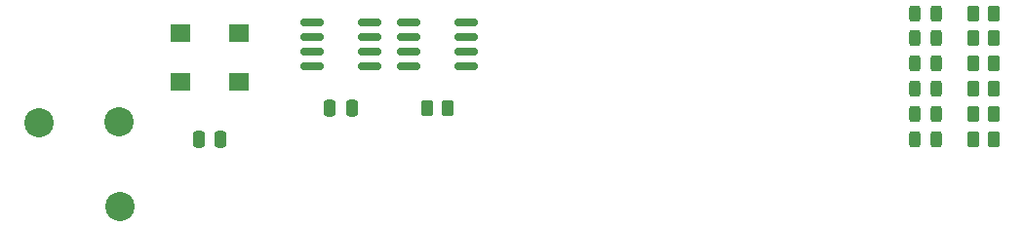
<source format=gbr>
%TF.GenerationSoftware,KiCad,Pcbnew,8.0.2-1*%
%TF.CreationDate,2024-09-16T16:57:07-05:00*%
%TF.ProjectId,BeagleBonePC104,42656167-6c65-4426-9f6e-655043313034,rev?*%
%TF.SameCoordinates,Original*%
%TF.FileFunction,Paste,Top*%
%TF.FilePolarity,Positive*%
%FSLAX46Y46*%
G04 Gerber Fmt 4.6, Leading zero omitted, Abs format (unit mm)*
G04 Created by KiCad (PCBNEW 8.0.2-1) date 2024-09-16 16:57:07*
%MOMM*%
%LPD*%
G01*
G04 APERTURE LIST*
G04 Aperture macros list*
%AMRoundRect*
0 Rectangle with rounded corners*
0 $1 Rounding radius*
0 $2 $3 $4 $5 $6 $7 $8 $9 X,Y pos of 4 corners*
0 Add a 4 corners polygon primitive as box body*
4,1,4,$2,$3,$4,$5,$6,$7,$8,$9,$2,$3,0*
0 Add four circle primitives for the rounded corners*
1,1,$1+$1,$2,$3*
1,1,$1+$1,$4,$5*
1,1,$1+$1,$6,$7*
1,1,$1+$1,$8,$9*
0 Add four rect primitives between the rounded corners*
20,1,$1+$1,$2,$3,$4,$5,0*
20,1,$1+$1,$4,$5,$6,$7,0*
20,1,$1+$1,$6,$7,$8,$9,0*
20,1,$1+$1,$8,$9,$2,$3,0*%
G04 Aperture macros list end*
%ADD10RoundRect,0.250000X-0.262500X-0.450000X0.262500X-0.450000X0.262500X0.450000X-0.262500X0.450000X0*%
%ADD11RoundRect,0.243750X0.243750X0.456250X-0.243750X0.456250X-0.243750X-0.456250X0.243750X-0.456250X0*%
%ADD12RoundRect,0.250000X-0.250000X-0.475000X0.250000X-0.475000X0.250000X0.475000X-0.250000X0.475000X0*%
%ADD13RoundRect,0.150000X-0.825000X-0.150000X0.825000X-0.150000X0.825000X0.150000X-0.825000X0.150000X0*%
%ADD14R,1.800000X1.600000*%
%ADD15C,2.540000*%
%ADD16RoundRect,0.250000X0.262500X0.450000X-0.262500X0.450000X-0.262500X-0.450000X0.262500X-0.450000X0*%
%ADD17RoundRect,0.250000X0.250000X0.475000X-0.250000X0.475000X-0.250000X-0.475000X0.250000X-0.475000X0*%
G04 APERTURE END LIST*
D10*
%TO.C,R3*%
X165100000Y-144400000D03*
X166925000Y-144400000D03*
%TD*%
D11*
%TO.C,D3*%
X161875000Y-148700000D03*
X160000000Y-148700000D03*
%TD*%
D12*
%TO.C,C2*%
X97850000Y-155300000D03*
X99750000Y-155300000D03*
%TD*%
D11*
%TO.C,D1*%
X161875000Y-144400000D03*
X160000000Y-144400000D03*
%TD*%
%TO.C,D6*%
X161875000Y-155300000D03*
X160000000Y-155300000D03*
%TD*%
D10*
%TO.C,R8*%
X165100000Y-155300000D03*
X166925000Y-155300000D03*
%TD*%
%TO.C,R7*%
X165100000Y-153100000D03*
X166925000Y-153100000D03*
%TD*%
D11*
%TO.C,D2*%
X161875000Y-146536000D03*
X160000000Y-146536000D03*
%TD*%
D13*
%TO.C,U5*%
X107725000Y-145195000D03*
X107725000Y-146465000D03*
X107725000Y-147735000D03*
X107725000Y-149005000D03*
X112675000Y-149005000D03*
X112675000Y-147735000D03*
X112675000Y-146465000D03*
X112675000Y-145195000D03*
%TD*%
D14*
%TO.C,U3*%
X96250000Y-150325000D03*
X101330000Y-150325000D03*
X101330000Y-146125000D03*
X96250000Y-146125000D03*
%TD*%
D10*
%TO.C,R6*%
X165100000Y-150900000D03*
X166925000Y-150900000D03*
%TD*%
%TO.C,R4*%
X165100000Y-146536000D03*
X166925000Y-146536000D03*
%TD*%
D11*
%TO.C,D4*%
X161875000Y-150900000D03*
X160000000Y-150900000D03*
%TD*%
D15*
%TO.C,TP3*%
X84000000Y-153920000D03*
%TD*%
D16*
%TO.C,R9*%
X119512500Y-152600000D03*
X117687500Y-152600000D03*
%TD*%
D15*
%TO.C,TP2*%
X91000000Y-161200000D03*
%TD*%
D10*
%TO.C,R5*%
X165100000Y-148700000D03*
X166925000Y-148700000D03*
%TD*%
D11*
%TO.C,D5*%
X161875000Y-153100000D03*
X160000000Y-153100000D03*
%TD*%
D15*
%TO.C,TP4*%
X90900000Y-153820000D03*
%TD*%
D13*
%TO.C,U4*%
X116125000Y-145195000D03*
X116125000Y-146465000D03*
X116125000Y-147735000D03*
X116125000Y-149005000D03*
X121075000Y-149005000D03*
X121075000Y-147735000D03*
X121075000Y-146465000D03*
X121075000Y-145195000D03*
%TD*%
D17*
%TO.C,C1*%
X111150000Y-152600000D03*
X109250000Y-152600000D03*
%TD*%
M02*

</source>
